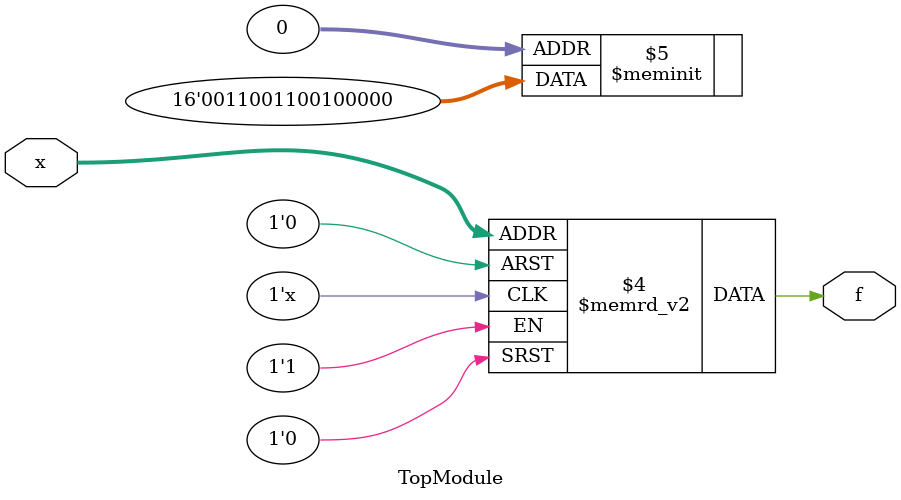
<source format=sv>
module TopModule(
    input [3:0] x,
    output reg f
);

always @(*) begin
    case (x)
        4'b0001: f = 1'b0;
        4'b0100: f = 1'b0;
        4'b0101: f = 1'b1;
        4'b0111: f = 1'b0;
        4'b1100: f = 1'b1;
        4'b1101: f = 1'b1;
        4'b1000: f = 1'b1;
        4'b1001: f = 1'b1;
        4'b1010: f = 1'b0;
        default: f = 1'b0; // Assign default value for don't-care conditions
    endcase
end

endmodule
</source>
